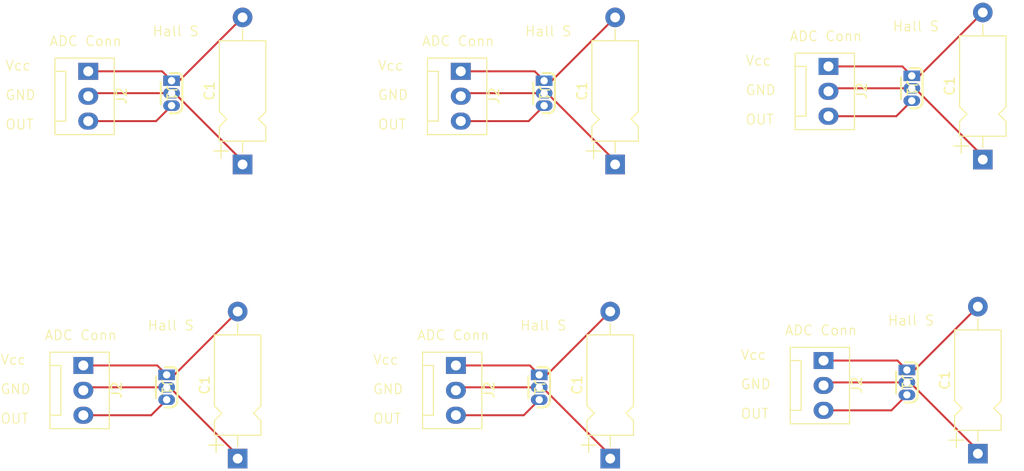
<source format=kicad_pcb>
(kicad_pcb (version 20240108) (generator "pcbnew") (generator_version "8.0")
  (layers (0 "F.Cu" signal) (31 "B.Cu" signal) (34 "B.Paste" user) (35 "F.Paste" user) (36 "B.SilkS" user "B.Silkscreen") (37 "F.SilkS" user "F.Silkscreen") (38 "B.Mask" user) (39 "F.Mask" user) (44 "Edge.Cuts" user))
  (net 0 "")
  (net 1 "Net-(J1-Pin_2)")
  (net 2 "Net-(J1-Pin_1)")
  (net 3 "Net-(J1-Pin_3)")
  (footprint "Capacitor_THT:CP_Axial_L10.0mm_D4.5mm_P15.00mm_Horizontal" (layer "F.Cu") (at 78.7425 45.5 90)
    (property "Reference" "C1" (at 7.5 -3.37 90) (layer "F.SilkS"))
    (property "Value" "0.01u")
    (fp_line (start 1.38 -2.95) (end 1.38 -1.45) (stroke (width 0.12)) (layer "F.SilkS"))
    (fp_line (start 12.62 -2.37) (end 12.62 2.37) (stroke (width 0.12)) (layer "F.SilkS"))
    (fp_line (start 5.38 -2.37) (end 12.62 -2.37) (stroke (width 0.12)) (layer "F.SilkS"))
    (fp_line (start 3.88 -2.37) (end 4.63 -1.62) (stroke (width 0.12)) (layer "F.SilkS"))
    (fp_line (start 2.38 -2.37) (end 3.88 -2.37) (stroke (width 0.12)) (layer "F.SilkS"))
    (fp_line (start 2.38 -2.37) (end 2.38 2.37) (stroke (width 0.12)) (layer "F.SilkS"))
    (fp_line (start 0.63 -2.2) (end 2.13 -2.2) (stroke (width 0.12)) (layer "F.SilkS"))
    (fp_line (start 4.63 -1.62) (end 5.38 -2.37) (stroke (width 0.12)) (layer "F.SilkS"))
    (fp_line (start 13.76 0) (end 12.62 0) (stroke (width 0.12)) (layer "F.SilkS"))
    (fp_line (start 1.24 0) (end 2.38 0) (stroke (width 0.12)) (layer "F.SilkS"))
    (fp_line (start 4.63 1.62) (end 5.38 2.37) (stroke (width 0.12)) (layer "F.SilkS"))
    (fp_line (start 5.38 2.37) (end 12.62 2.37) (stroke (width 0.12)) (layer "F.SilkS"))
    (fp_line (start 3.88 2.37) (end 4.63 1.62) (stroke (width 0.12)) (layer "F.SilkS"))
    (fp_line (start 2.38 2.37) (end 3.88 2.37) (stroke (width 0.12)) (layer "F.SilkS"))
    (pad "1" thru_hole rect (at 0 0 90) (size 2 2) (drill 1) (layers "*.Cu" "*.Mask") (net 1 "Net-(J1-Pin_2)"))
    (pad "2" thru_hole oval (at 15 0 90) (size 2 2) (drill 1) (layers "*.Cu" "*.Mask") (net 2 "Net-(J1-Pin_1)"))
  )
  (footprint "footprints:LPG0003A" (layer "F.Cu") (at 109 68.23 -90)
    (property "Reference" "J1" (at 0 0 -90) (layer "F.SilkS"))
    (property "Value" "Conn_01x03_Pin")
    (fp_line (start -1.117049 1.1) (end 1.117536 1.1) (stroke (width 0.2)) (layer "F.SilkS"))
    (fp_line (start 2.050001 0.167536) (end 2.050001 -0.399999) (stroke (width 0.2)) (layer "F.SilkS"))
    (fp_line (start -2.050001 0.167051) (end -2.050001 -0.599999) (stroke (width 0.2)) (layer "F.SilkS"))
    (fp_line (start -1.549999 -1.1) (end 1.35 -1.1) (stroke (width 0.2)) (layer "F.SilkS"))
    (fp_arc (start -2.049998 -0.599999) (mid -1.903551 -0.953551) (end -1.549999 -1.099998) (stroke (width 0.2)) (layer "F.SilkS"))
    (fp_arc (start 1.35 -1.1) (mid 1.844975 -0.894974) (end 2.050001 -0.399999) (stroke (width 0.2)) (layer "F.SilkS"))
    (pad "1" thru_hole rect (at -1.27 0) (size 1.699999 1.07) (drill 0.750001) (layers "*.Cu" "*.Mask") (net 2 "Net-(J1-Pin_1)"))
    (pad "2" thru_hole oval (at 0 0) (size 1.699999 1.07) (drill 0.750001) (layers "*.Cu" "*.Mask") (net 1 "Net-(J1-Pin_2)"))
    (pad "3" thru_hole oval (at 1.27 0) (size 1.699999 1.07) (drill 0.750001) (layers "*.Cu" "*.Mask") (net 3 "Net-(J1-Pin_3)"))
  )
  (footprint "footprints:LPG0003A" (layer "F.Cu") (at 147 37.73 -90)
    (property "Reference" "J1" (at 0 0 -90) (layer "F.SilkS"))
    (property "Value" "Conn_01x03_Pin")
    (fp_line (start -1.117049 1.1) (end 1.117536 1.1) (stroke (width 0.2)) (layer "F.SilkS"))
    (fp_line (start 2.050001 0.167536) (end 2.050001 -0.399999) (stroke (width 0.2)) (layer "F.SilkS"))
    (fp_line (start -2.050001 0.167051) (end -2.050001 -0.599999) (stroke (width 0.2)) (layer "F.SilkS"))
    (fp_line (start -1.549999 -1.1) (end 1.35 -1.1) (stroke (width 0.2)) (layer "F.SilkS"))
    (fp_arc (start -2.049998 -0.599999) (mid -1.903551 -0.953551) (end -1.549999 -1.099998) (stroke (width 0.2)) (layer "F.SilkS"))
    (fp_arc (start 1.35 -1.1) (mid 1.844975 -0.894974) (end 2.050001 -0.399999) (stroke (width 0.2)) (layer "F.SilkS"))
    (pad "1" thru_hole rect (at -1.27 0) (size 1.699999 1.07) (drill 0.750001) (layers "*.Cu" "*.Mask") (net 2 "Net-(J1-Pin_1)"))
    (pad "2" thru_hole oval (at 0 0) (size 1.699999 1.07) (drill 0.750001) (layers "*.Cu" "*.Mask") (net 1 "Net-(J1-Pin_2)"))
    (pad "3" thru_hole oval (at 1.27 0) (size 1.699999 1.07) (drill 0.750001) (layers "*.Cu" "*.Mask") (net 3 "Net-(J1-Pin_3)"))
  )
  (footprint "Connector:FanPinHeader_1x03_P2.54mm_Vertical" (layer "F.Cu") (at 101 36 -90)
    (property "Reference" "J2" (at 2.5 -3.4 90) (layer "F.SilkS"))
    (property "Value" "Conn_01x03_Pin")
    (fp_line (start -1.35 3.4) (end -1.35 -2.65) (stroke (width 0.12)) (layer "F.SilkS"))
    (fp_line (start 6.45 3.4) (end -1.35 3.4) (stroke (width 0.12)) (layer "F.SilkS"))
    (fp_line (start 0 3.3) (end 0 2.29) (stroke (width 0.12)) (layer "F.SilkS"))
    (fp_line (start 0 2.29) (end 5.08 2.29) (stroke (width 0.12)) (layer "F.SilkS"))
    (fp_line (start 5.08 2.29) (end 5.08 3.3) (stroke (width 0.12)) (layer "F.SilkS"))
    (fp_line (start -1.35 -2.65) (end 6.45 -2.65) (stroke (width 0.12)) (layer "F.SilkS"))
    (fp_line (start 6.45 -2.65) (end 6.45 3.4) (stroke (width 0.12)) (layer "F.SilkS"))
    (pad "1" thru_hole rect (at 0 0) (size 2.03 1.73) (drill 1.02) (layers "*.Cu" "*.Mask") (net 2 "Net-(J1-Pin_1)"))
    (pad "2" thru_hole oval (at 2.54 0) (size 2.03 1.73) (drill 1.02) (layers "*.Cu" "*.Mask") (net 1 "Net-(J1-Pin_2)"))
    (pad "3" thru_hole oval (at 5.08 0) (size 2.03 1.73) (drill 1.02) (layers "*.Cu" "*.Mask") (net 3 "Net-(J1-Pin_3)"))
  )
  (footprint "footprints:LPG0003A" (layer "F.Cu") (at 146.5 67.73 -90)
    (property "Reference" "J1" (at 0 0 -90) (layer "F.SilkS"))
    (property "Value" "Conn_01x03_Pin")
    (fp_line (start -1.117049 1.1) (end 1.117536 1.1) (stroke (width 0.2)) (layer "F.SilkS"))
    (fp_line (start 2.050001 0.167536) (end 2.050001 -0.399999) (stroke (width 0.2)) (layer "F.SilkS"))
    (fp_line (start -2.050001 0.167051) (end -2.050001 -0.599999) (stroke (width 0.2)) (layer "F.SilkS"))
    (fp_line (start -1.549999 -1.1) (end 1.35 -1.1) (stroke (width 0.2)) (layer "F.SilkS"))
    (fp_arc (start -2.049998 -0.599999) (mid -1.903551 -0.953551) (end -1.549999 -1.099998) (stroke (width 0.2)) (layer "F.SilkS"))
    (fp_arc (start 1.35 -1.1) (mid 1.844975 -0.894974) (end 2.050001 -0.399999) (stroke (width 0.2)) (layer "F.SilkS"))
    (pad "1" thru_hole rect (at -1.27 0) (size 1.699999 1.07) (drill 0.750001) (layers "*.Cu" "*.Mask") (net 2 "Net-(J1-Pin_1)"))
    (pad "2" thru_hole oval (at 0 0) (size 1.699999 1.07) (drill 0.750001) (layers "*.Cu" "*.Mask") (net 1 "Net-(J1-Pin_2)"))
    (pad "3" thru_hole oval (at 1.27 0) (size 1.699999 1.07) (drill 0.750001) (layers "*.Cu" "*.Mask") (net 3 "Net-(J1-Pin_3)"))
  )
  (footprint "footprints:LPG0003A" (layer "F.Cu") (at 71.5 38.23 -90)
    (property "Reference" "J1" (at 0 0 -90) (layer "F.SilkS"))
    (property "Value" "Conn_01x03_Pin")
    (fp_line (start -1.117049 1.1) (end 1.117536 1.1) (stroke (width 0.2)) (layer "F.SilkS"))
    (fp_line (start 2.050001 0.167536) (end 2.050001 -0.399999) (stroke (width 0.2)) (layer "F.SilkS"))
    (fp_line (start -2.050001 0.167051) (end -2.050001 -0.599999) (stroke (width 0.2)) (layer "F.SilkS"))
    (fp_line (start -1.549999 -1.1) (end 1.35 -1.1) (stroke (width 0.2)) (layer "F.SilkS"))
    (fp_arc (start -2.049998 -0.599999) (mid -1.903551 -0.953551) (end -1.549999 -1.099998) (stroke (width 0.2)) (layer "F.SilkS"))
    (fp_arc (start 1.35 -1.1) (mid 1.844975 -0.894974) (end 2.050001 -0.399999) (stroke (width 0.2)) (layer "F.SilkS"))
    (pad "1" thru_hole rect (at -1.27 0) (size 1.699999 1.07) (drill 0.750001) (layers "*.Cu" "*.Mask") (net 2 "Net-(J1-Pin_1)"))
    (pad "2" thru_hole oval (at 0 0) (size 1.699999 1.07) (drill 0.750001) (layers "*.Cu" "*.Mask") (net 1 "Net-(J1-Pin_2)"))
    (pad "3" thru_hole oval (at 1.27 0) (size 1.699999 1.07) (drill 0.750001) (layers "*.Cu" "*.Mask") (net 3 "Net-(J1-Pin_3)"))
  )
  (footprint "footprints:LPG0003A" (layer "F.Cu") (at 71 68.23 -90)
    (property "Reference" "J1" (at 0 0 -90) (layer "F.SilkS"))
    (property "Value" "Conn_01x03_Pin")
    (fp_line (start -1.117049 1.1) (end 1.117536 1.1) (stroke (width 0.2)) (layer "F.SilkS"))
    (fp_line (start 2.050001 0.167536) (end 2.050001 -0.399999) (stroke (width 0.2)) (layer "F.SilkS"))
    (fp_line (start -2.050001 0.167051) (end -2.050001 -0.599999) (stroke (width 0.2)) (layer "F.SilkS"))
    (fp_line (start -1.549999 -1.1) (end 1.35 -1.1) (stroke (width 0.2)) (layer "F.SilkS"))
    (fp_arc (start -2.049998 -0.599999) (mid -1.903551 -0.953551) (end -1.549999 -1.099998) (stroke (width 0.2)) (layer "F.SilkS"))
    (fp_arc (start 1.35 -1.1) (mid 1.844975 -0.894974) (end 2.050001 -0.399999) (stroke (width 0.2)) (layer "F.SilkS"))
    (pad "1" thru_hole rect (at -1.27 0) (size 1.699999 1.07) (drill 0.750001) (layers "*.Cu" "*.Mask") (net 2 "Net-(J1-Pin_1)"))
    (pad "2" thru_hole oval (at 0 0) (size 1.699999 1.07) (drill 0.750001) (layers "*.Cu" "*.Mask") (net 1 "Net-(J1-Pin_2)"))
    (pad "3" thru_hole oval (at 1.27 0) (size 1.699999 1.07) (drill 0.750001) (layers "*.Cu" "*.Mask") (net 3 "Net-(J1-Pin_3)"))
  )
  (footprint "Connector:FanPinHeader_1x03_P2.54mm_Vertical" (layer "F.Cu") (at 138.5 35.5 -90)
    (property "Reference" "J2" (at 2.5 -3.4 90) (layer "F.SilkS"))
    (property "Value" "Conn_01x03_Pin")
    (fp_line (start -1.35 3.4) (end -1.35 -2.65) (stroke (width 0.12)) (layer "F.SilkS"))
    (fp_line (start 6.45 3.4) (end -1.35 3.4) (stroke (width 0.12)) (layer "F.SilkS"))
    (fp_line (start 0 3.3) (end 0 2.29) (stroke (width 0.12)) (layer "F.SilkS"))
    (fp_line (start 0 2.29) (end 5.08 2.29) (stroke (width 0.12)) (layer "F.SilkS"))
    (fp_line (start 5.08 2.29) (end 5.08 3.3) (stroke (width 0.12)) (layer "F.SilkS"))
    (fp_line (start -1.35 -2.65) (end 6.45 -2.65) (stroke (width 0.12)) (layer "F.SilkS"))
    (fp_line (start 6.45 -2.65) (end 6.45 3.4) (stroke (width 0.12)) (layer "F.SilkS"))
    (pad "1" thru_hole rect (at 0 0) (size 2.03 1.73) (drill 1.02) (layers "*.Cu" "*.Mask") (net 2 "Net-(J1-Pin_1)"))
    (pad "2" thru_hole oval (at 2.54 0) (size 2.03 1.73) (drill 1.02) (layers "*.Cu" "*.Mask") (net 1 "Net-(J1-Pin_2)"))
    (pad "3" thru_hole oval (at 5.08 0) (size 2.03 1.73) (drill 1.02) (layers "*.Cu" "*.Mask") (net 3 "Net-(J1-Pin_3)"))
  )
  (footprint "footprints:LPG0003A" (layer "F.Cu") (at 109.5 38.23 -90)
    (property "Reference" "J1" (at 0 0 -90) (layer "F.SilkS"))
    (property "Value" "Conn_01x03_Pin")
    (fp_line (start -1.117049 1.1) (end 1.117536 1.1) (stroke (width 0.2)) (layer "F.SilkS"))
    (fp_line (start 2.050001 0.167536) (end 2.050001 -0.399999) (stroke (width 0.2)) (layer "F.SilkS"))
    (fp_line (start -2.050001 0.167051) (end -2.050001 -0.599999) (stroke (width 0.2)) (layer "F.SilkS"))
    (fp_line (start -1.549999 -1.1) (end 1.35 -1.1) (stroke (width 0.2)) (layer "F.SilkS"))
    (fp_arc (start -2.049998 -0.599999) (mid -1.903551 -0.953551) (end -1.549999 -1.099998) (stroke (width 0.2)) (layer "F.SilkS"))
    (fp_arc (start 1.35 -1.1) (mid 1.844975 -0.894974) (end 2.050001 -0.399999) (stroke (width 0.2)) (layer "F.SilkS"))
    (pad "1" thru_hole rect (at -1.27 0) (size 1.699999 1.07) (drill 0.750001) (layers "*.Cu" "*.Mask") (net 2 "Net-(J1-Pin_1)"))
    (pad "2" thru_hole oval (at 0 0) (size 1.699999 1.07) (drill 0.750001) (layers "*.Cu" "*.Mask") (net 1 "Net-(J1-Pin_2)"))
    (pad "3" thru_hole oval (at 1.27 0) (size 1.699999 1.07) (drill 0.750001) (layers "*.Cu" "*.Mask") (net 3 "Net-(J1-Pin_3)"))
  )
  (footprint "Capacitor_THT:CP_Axial_L10.0mm_D4.5mm_P15.00mm_Horizontal" (layer "F.Cu") (at 154.2425 45 90)
    (property "Reference" "C1" (at 7.5 -3.37 90) (layer "F.SilkS"))
    (property "Value" "0.01u")
    (fp_line (start 1.38 -2.95) (end 1.38 -1.45) (stroke (width 0.12)) (layer "F.SilkS"))
    (fp_line (start 12.62 -2.37) (end 12.62 2.37) (stroke (width 0.12)) (layer "F.SilkS"))
    (fp_line (start 5.38 -2.37) (end 12.62 -2.37) (stroke (width 0.12)) (layer "F.SilkS"))
    (fp_line (start 3.88 -2.37) (end 4.63 -1.62) (stroke (width 0.12)) (layer "F.SilkS"))
    (fp_line (start 2.38 -2.37) (end 3.88 -2.37) (stroke (width 0.12)) (layer "F.SilkS"))
    (fp_line (start 2.38 -2.37) (end 2.38 2.37) (stroke (width 0.12)) (layer "F.SilkS"))
    (fp_line (start 0.63 -2.2) (end 2.13 -2.2) (stroke (width 0.12)) (layer "F.SilkS"))
    (fp_line (start 4.63 -1.62) (end 5.38 -2.37) (stroke (width 0.12)) (layer "F.SilkS"))
    (fp_line (start 13.76 0) (end 12.62 0) (stroke (width 0.12)) (layer "F.SilkS"))
    (fp_line (start 1.24 0) (end 2.38 0) (stroke (width 0.12)) (layer "F.SilkS"))
    (fp_line (start 4.63 1.62) (end 5.38 2.37) (stroke (width 0.12)) (layer "F.SilkS"))
    (fp_line (start 5.38 2.37) (end 12.62 2.37) (stroke (width 0.12)) (layer "F.SilkS"))
    (fp_line (start 3.88 2.37) (end 4.63 1.62) (stroke (width 0.12)) (layer "F.SilkS"))
    (fp_line (start 2.38 2.37) (end 3.88 2.37) (stroke (width 0.12)) (layer "F.SilkS"))
    (pad "1" thru_hole rect (at 0 0 90) (size 2 2) (drill 1) (layers "*.Cu" "*.Mask") (net 1 "Net-(J1-Pin_2)"))
    (pad "2" thru_hole oval (at 15 0 90) (size 2 2) (drill 1) (layers "*.Cu" "*.Mask") (net 2 "Net-(J1-Pin_1)"))
  )
  (footprint "Connector:FanPinHeader_1x03_P2.54mm_Vertical" (layer "F.Cu") (at 138 65.5 -90)
    (property "Reference" "J2" (at 2.5 -3.4 90) (layer "F.SilkS"))
    (property "Value" "Conn_01x03_Pin")
    (fp_line (start -1.35 3.4) (end -1.35 -2.65) (stroke (width 0.12)) (layer "F.SilkS"))
    (fp_line (start 6.45 3.4) (end -1.35 3.4) (stroke (width 0.12)) (layer "F.SilkS"))
    (fp_line (start 0 3.3) (end 0 2.29) (stroke (width 0.12)) (layer "F.SilkS"))
    (fp_line (start 0 2.29) (end 5.08 2.29) (stroke (width 0.12)) (layer "F.SilkS"))
    (fp_line (start 5.08 2.29) (end 5.08 3.3) (stroke (width 0.12)) (layer "F.SilkS"))
    (fp_line (start -1.35 -2.65) (end 6.45 -2.65) (stroke (width 0.12)) (layer "F.SilkS"))
    (fp_line (start 6.45 -2.65) (end 6.45 3.4) (stroke (width 0.12)) (layer "F.SilkS"))
    (pad "1" thru_hole rect (at 0 0) (size 2.03 1.73) (drill 1.02) (layers "*.Cu" "*.Mask") (net 2 "Net-(J1-Pin_1)"))
    (pad "2" thru_hole oval (at 2.54 0) (size 2.03 1.73) (drill 1.02) (layers "*.Cu" "*.Mask") (net 1 "Net-(J1-Pin_2)"))
    (pad "3" thru_hole oval (at 5.08 0) (size 2.03 1.73) (drill 1.02) (layers "*.Cu" "*.Mask") (net 3 "Net-(J1-Pin_3)"))
  )
  (footprint "Capacitor_THT:CP_Axial_L10.0mm_D4.5mm_P15.00mm_Horizontal" (layer "F.Cu") (at 153.7425 75 90)
    (property "Reference" "C1" (at 7.5 -3.37 90) (layer "F.SilkS"))
    (property "Value" "0.01u")
    (fp_line (start 1.38 -2.95) (end 1.38 -1.45) (stroke (width 0.12)) (layer "F.SilkS"))
    (fp_line (start 12.62 -2.37) (end 12.62 2.37) (stroke (width 0.12)) (layer "F.SilkS"))
    (fp_line (start 5.38 -2.37) (end 12.62 -2.37) (stroke (width 0.12)) (layer "F.SilkS"))
    (fp_line (start 3.88 -2.37) (end 4.63 -1.62) (stroke (width 0.12)) (layer "F.SilkS"))
    (fp_line (start 2.38 -2.37) (end 3.88 -2.37) (stroke (width 0.12)) (layer "F.SilkS"))
    (fp_line (start 2.38 -2.37) (end 2.38 2.37) (stroke (width 0.12)) (layer "F.SilkS"))
    (fp_line (start 0.63 -2.2) (end 2.13 -2.2) (stroke (width 0.12)) (layer "F.SilkS"))
    (fp_line (start 4.63 -1.62) (end 5.38 -2.37) (stroke (width 0.12)) (layer "F.SilkS"))
    (fp_line (start 13.76 0) (end 12.62 0) (stroke (width 0.12)) (layer "F.SilkS"))
    (fp_line (start 1.24 0) (end 2.38 0) (stroke (width 0.12)) (layer "F.SilkS"))
    (fp_line (start 4.63 1.62) (end 5.38 2.37) (stroke (width 0.12)) (layer "F.SilkS"))
    (fp_line (start 5.38 2.37) (end 12.62 2.37) (stroke (width 0.12)) (layer "F.SilkS"))
    (fp_line (start 3.88 2.37) (end 4.63 1.62) (stroke (width 0.12)) (layer "F.SilkS"))
    (fp_line (start 2.38 2.37) (end 3.88 2.37) (stroke (width 0.12)) (layer "F.SilkS"))
    (pad "1" thru_hole rect (at 0 0 90) (size 2 2) (drill 1) (layers "*.Cu" "*.Mask") (net 1 "Net-(J1-Pin_2)"))
    (pad "2" thru_hole oval (at 15 0 90) (size 2 2) (drill 1) (layers "*.Cu" "*.Mask") (net 2 "Net-(J1-Pin_1)"))
  )
  (footprint "Capacitor_THT:CP_Axial_L10.0mm_D4.5mm_P15.00mm_Horizontal" (layer "F.Cu") (at 116.7425 45.5 90)
    (property "Reference" "C1" (at 7.5 -3.37 90) (layer "F.SilkS"))
    (property "Value" "0.01u")
    (fp_line (start 1.38 -2.95) (end 1.38 -1.45) (stroke (width 0.12)) (layer "F.SilkS"))
    (fp_line (start 12.62 -2.37) (end 12.62 2.37) (stroke (width 0.12)) (layer "F.SilkS"))
    (fp_line (start 5.38 -2.37) (end 12.62 -2.37) (stroke (width 0.12)) (layer "F.SilkS"))
    (fp_line (start 3.88 -2.37) (end 4.63 -1.62) (stroke (width 0.12)) (layer "F.SilkS"))
    (fp_line (start 2.38 -2.37) (end 3.88 -2.37) (stroke (width 0.12)) (layer "F.SilkS"))
    (fp_line (start 2.38 -2.37) (end 2.38 2.37) (stroke (width 0.12)) (layer "F.SilkS"))
    (fp_line (start 0.63 -2.2) (end 2.13 -2.2) (stroke (width 0.12)) (layer "F.SilkS"))
    (fp_line (start 4.63 -1.62) (end 5.38 -2.37) (stroke (width 0.12)) (layer "F.SilkS"))
    (fp_line (start 13.76 0) (end 12.62 0) (stroke (width 0.12)) (layer "F.SilkS"))
    (fp_line (start 1.24 0) (end 2.38 0) (stroke (width 0.12)) (layer "F.SilkS"))
    (fp_line (start 4.63 1.62) (end 5.38 2.37) (stroke (width 0.12)) (layer "F.SilkS"))
    (fp_line (start 5.38 2.37) (end 12.62 2.37) (stroke (width 0.12)) (layer "F.SilkS"))
    (fp_line (start 3.88 2.37) (end 4.63 1.62) (stroke (width 0.12)) (layer "F.SilkS"))
    (fp_line (start 2.38 2.37) (end 3.88 2.37) (stroke (width 0.12)) (layer "F.SilkS"))
    (pad "1" thru_hole rect (at 0 0 90) (size 2 2) (drill 1) (layers "*.Cu" "*.Mask") (net 1 "Net-(J1-Pin_2)"))
    (pad "2" thru_hole oval (at 15 0 90) (size 2 2) (drill 1) (layers "*.Cu" "*.Mask") (net 2 "Net-(J1-Pin_1)"))
  )
  (footprint "Connector:FanPinHeader_1x03_P2.54mm_Vertical" (layer "F.Cu") (at 100.5 66 -90)
    (property "Reference" "J2" (at 2.5 -3.4 90) (layer "F.SilkS"))
    (property "Value" "Conn_01x03_Pin")
    (fp_line (start -1.35 3.4) (end -1.35 -2.65) (stroke (width 0.12)) (layer "F.SilkS"))
    (fp_line (start 6.45 3.4) (end -1.35 3.4) (stroke (width 0.12)) (layer "F.SilkS"))
    (fp_line (start 0 3.3) (end 0 2.29) (stroke (width 0.12)) (layer "F.SilkS"))
    (fp_line (start 0 2.29) (end 5.08 2.29) (stroke (width 0.12)) (layer "F.SilkS"))
    (fp_line (start 5.08 2.29) (end 5.08 3.3) (stroke (width 0.12)) (layer "F.SilkS"))
    (fp_line (start -1.35 -2.65) (end 6.45 -2.65) (stroke (width 0.12)) (layer "F.SilkS"))
    (fp_line (start 6.45 -2.65) (end 6.45 3.4) (stroke (width 0.12)) (layer "F.SilkS"))
    (pad "1" thru_hole rect (at 0 0) (size 2.03 1.73) (drill 1.02) (layers "*.Cu" "*.Mask") (net 2 "Net-(J1-Pin_1)"))
    (pad "2" thru_hole oval (at 2.54 0) (size 2.03 1.73) (drill 1.02) (layers "*.Cu" "*.Mask") (net 1 "Net-(J1-Pin_2)"))
    (pad "3" thru_hole oval (at 5.08 0) (size 2.03 1.73) (drill 1.02) (layers "*.Cu" "*.Mask") (net 3 "Net-(J1-Pin_3)"))
  )
  (footprint "Connector:FanPinHeader_1x03_P2.54mm_Vertical" (layer "F.Cu") (at 63 36 -90)
    (property "Reference" "J2" (at 2.5 -3.4 90) (layer "F.SilkS"))
    (property "Value" "Conn_01x03_Pin")
    (fp_line (start -1.35 3.4) (end -1.35 -2.65) (stroke (width 0.12)) (layer "F.SilkS"))
    (fp_line (start 6.45 3.4) (end -1.35 3.4) (stroke (width 0.12)) (layer "F.SilkS"))
    (fp_line (start 0 3.3) (end 0 2.29) (stroke (width 0.12)) (layer "F.SilkS"))
    (fp_line (start 0 2.29) (end 5.08 2.29) (stroke (width 0.12)) (layer "F.SilkS"))
    (fp_line (start 5.08 2.29) (end 5.08 3.3) (stroke (width 0.12)) (layer "F.SilkS"))
    (fp_line (start -1.35 -2.65) (end 6.45 -2.65) (stroke (width 0.12)) (layer "F.SilkS"))
    (fp_line (start 6.45 -2.65) (end 6.45 3.4) (stroke (width 0.12)) (layer "F.SilkS"))
    (pad "1" thru_hole rect (at 0 0) (size 2.03 1.73) (drill 1.02) (layers "*.Cu" "*.Mask") (net 2 "Net-(J1-Pin_1)"))
    (pad "2" thru_hole oval (at 2.54 0) (size 2.03 1.73) (drill 1.02) (layers "*.Cu" "*.Mask") (net 1 "Net-(J1-Pin_2)"))
    (pad "3" thru_hole oval (at 5.08 0) (size 2.03 1.73) (drill 1.02) (layers "*.Cu" "*.Mask") (net 3 "Net-(J1-Pin_3)"))
  )
  (footprint "Connector:FanPinHeader_1x03_P2.54mm_Vertical" (layer "F.Cu") (at 62.5 66 -90)
    (property "Reference" "J2" (at 2.5 -3.4 90) (layer "F.SilkS"))
    (property "Value" "Conn_01x03_Pin")
    (fp_line (start -1.35 3.4) (end -1.35 -2.65) (stroke (width 0.12)) (layer "F.SilkS"))
    (fp_line (start 6.45 3.4) (end -1.35 3.4) (stroke (width 0.12)) (layer "F.SilkS"))
    (fp_line (start 0 3.3) (end 0 2.29) (stroke (width 0.12)) (layer "F.SilkS"))
    (fp_line (start 0 2.29) (end 5.08 2.29) (stroke (width 0.12)) (layer "F.SilkS"))
    (fp_line (start 5.08 2.29) (end 5.08 3.3) (stroke (width 0.12)) (layer "F.SilkS"))
    (fp_line (start -1.35 -2.65) (end 6.45 -2.65) (stroke (width 0.12)) (layer "F.SilkS"))
    (fp_line (start 6.45 -2.65) (end 6.45 3.4) (stroke (width 0.12)) (layer "F.SilkS"))
    (pad "1" thru_hole rect (at 0 0) (size 2.03 1.73) (drill 1.02) (layers "*.Cu" "*.Mask") (net 2 "Net-(J1-Pin_1)"))
    (pad "2" thru_hole oval (at 2.54 0) (size 2.03 1.73) (drill 1.02) (layers "*.Cu" "*.Mask") (net 1 "Net-(J1-Pin_2)"))
    (pad "3" thru_hole oval (at 5.08 0) (size 2.03 1.73) (drill 1.02) (layers "*.Cu" "*.Mask") (net 3 "Net-(J1-Pin_3)"))
  )
  (footprint "Capacitor_THT:CP_Axial_L10.0mm_D4.5mm_P15.00mm_Horizontal" (layer "F.Cu") (at 78.2425 75.5 90)
    (property "Reference" "C1" (at 7.5 -3.37 90) (layer "F.SilkS"))
    (property "Value" "0.01u")
    (fp_line (start 1.38 -2.95) (end 1.38 -1.45) (stroke (width 0.12)) (layer "F.SilkS"))
    (fp_line (start 12.62 -2.37) (end 12.62 2.37) (stroke (width 0.12)) (layer "F.SilkS"))
    (fp_line (start 5.38 -2.37) (end 12.62 -2.37) (stroke (width 0.12)) (layer "F.SilkS"))
    (fp_line (start 3.88 -2.37) (end 4.63 -1.62) (stroke (width 0.12)) (layer "F.SilkS"))
    (fp_line (start 2.38 -2.37) (end 3.88 -2.37) (stroke (width 0.12)) (layer "F.SilkS"))
    (fp_line (start 2.38 -2.37) (end 2.38 2.37) (stroke (width 0.12)) (layer "F.SilkS"))
    (fp_line (start 0.63 -2.2) (end 2.13 -2.2) (stroke (width 0.12)) (layer "F.SilkS"))
    (fp_line (start 4.63 -1.62) (end 5.38 -2.37) (stroke (width 0.12)) (layer "F.SilkS"))
    (fp_line (start 13.76 0) (end 12.62 0) (stroke (width 0.12)) (layer "F.SilkS"))
    (fp_line (start 1.24 0) (end 2.38 0) (stroke (width 0.12)) (layer "F.SilkS"))
    (fp_line (start 4.63 1.62) (end 5.38 2.37) (stroke (width 0.12)) (layer "F.SilkS"))
    (fp_line (start 5.38 2.37) (end 12.62 2.37) (stroke (width 0.12)) (layer "F.SilkS"))
    (fp_line (start 3.88 2.37) (end 4.63 1.62) (stroke (width 0.12)) (layer "F.SilkS"))
    (fp_line (start 2.38 2.37) (end 3.88 2.37) (stroke (width 0.12)) (layer "F.SilkS"))
    (pad "1" thru_hole rect (at 0 0 90) (size 2 2) (drill 1) (layers "*.Cu" "*.Mask") (net 1 "Net-(J1-Pin_2)"))
    (pad "2" thru_hole oval (at 15 0 90) (size 2 2) (drill 1) (layers "*.Cu" "*.Mask") (net 2 "Net-(J1-Pin_1)"))
  )
  (footprint "Capacitor_THT:CP_Axial_L10.0mm_D4.5mm_P15.00mm_Horizontal" (layer "F.Cu") (at 116.2425 75.5 90)
    (property "Reference" "C1" (at 7.5 -3.37 90) (layer "F.SilkS"))
    (property "Value" "0.01u")
    (fp_line (start 1.38 -2.95) (end 1.38 -1.45) (stroke (width 0.12)) (layer "F.SilkS"))
    (fp_line (start 12.62 -2.37) (end 12.62 2.37) (stroke (width 0.12)) (layer "F.SilkS"))
    (fp_line (start 5.38 -2.37) (end 12.62 -2.37) (stroke (width 0.12)) (layer "F.SilkS"))
    (fp_line (start 3.88 -2.37) (end 4.63 -1.62) (stroke (width 0.12)) (layer "F.SilkS"))
    (fp_line (start 2.38 -2.37) (end 3.88 -2.37) (stroke (width 0.12)) (layer "F.SilkS"))
    (fp_line (start 2.38 -2.37) (end 2.38 2.37) (stroke (width 0.12)) (layer "F.SilkS"))
    (fp_line (start 0.63 -2.2) (end 2.13 -2.2) (stroke (width 0.12)) (layer "F.SilkS"))
    (fp_line (start 4.63 -1.62) (end 5.38 -2.37) (stroke (width 0.12)) (layer "F.SilkS"))
    (fp_line (start 13.76 0) (end 12.62 0) (stroke (width 0.12)) (layer "F.SilkS"))
    (fp_line (start 1.24 0) (end 2.38 0) (stroke (width 0.12)) (layer "F.SilkS"))
    (fp_line (start 4.63 1.62) (end 5.38 2.37) (stroke (width 0.12)) (layer "F.SilkS"))
    (fp_line (start 5.38 2.37) (end 12.62 2.37) (stroke (width 0.12)) (layer "F.SilkS"))
    (fp_line (start 3.88 2.37) (end 4.63 1.62) (stroke (width 0.12)) (layer "F.SilkS"))
    (fp_line (start 2.38 2.37) (end 3.88 2.37) (stroke (width 0.12)) (layer "F.SilkS"))
    (pad "1" thru_hole rect (at 0 0 90) (size 2 2) (drill 1) (layers "*.Cu" "*.Mask") (net 1 "Net-(J1-Pin_2)"))
    (pad "2" thru_hole oval (at 15 0 90) (size 2 2) (drill 1) (layers "*.Cu" "*.Mask") (net 2 "Net-(J1-Pin_1)"))
  )
  (gr_text "OUT" (at 130 41.5 0) (layer "F.SilkS") (effects (font (size 1 1) (thickness 0.1)) (justify left bottom)))
  (gr_text "Hall S" (at 69.5 32.5 0) (layer "F.SilkS") (effects (font (size 1 1) (thickness 0.1)) (justify left bottom)))
  (gr_text "Hall S" (at 107 62.5 0) (layer "F.SilkS") (effects (font (size 1 1) (thickness 0.1)) (justify left bottom)))
  (gr_text "GND" (at 92 69 0) (layer "F.SilkS") (effects (font (size 1 1) (thickness 0.1)) (justify left bottom)))
  (gr_text "ADC Conn" (at 134.5 33 0) (layer "F.SilkS") (effects (font (size 1 1) (thickness 0.1)) (justify left bottom)))
  (gr_text "Hall S" (at 69 62.5 0) (layer "F.SilkS") (effects (font (size 1 1) (thickness 0.1)) (justify left bottom)))
  (gr_text "Hall S" (at 145 32 0) (layer "F.SilkS") (effects (font (size 1 1) (thickness 0.1)) (justify left bottom)))
  (gr_text "ADC Conn" (at 59 33.5 0) (layer "F.SilkS") (effects (font (size 1 1) (thickness 0.1)) (justify left bottom)))
  (gr_text "GND" (at 54.5 39 0) (layer "F.SilkS") (effects (font (size 1 1) (thickness 0.1)) (justify left bottom)))
  (gr_text "OUT" (at 92 72 0) (layer "F.SilkS") (effects (font (size 1 1) (thickness 0.1)) (justify left bottom)))
  (gr_text "ADC Conn" (at 96.5 63.5 0) (layer "F.SilkS") (effects (font (size 1 1) (thickness 0.1)) (justify left bottom)))
  (gr_text "GND" (at 92.5 39 0) (layer "F.SilkS") (effects (font (size 1 1) (thickness 0.1)) (justify left bottom)))
  (gr_text "ADC Conn" (at 134 63 0) (layer "F.SilkS") (effects (font (size 1 1) (thickness 0.1)) (justify left bottom)))
  (gr_text "Vcc" (at 54 66 0) (layer "F.SilkS") (effects (font (size 1 1) (thickness 0.1)) (justify left bottom)))
  (gr_text "OUT" (at 54 72 0) (layer "F.SilkS") (effects (font (size 1 1) (thickness 0.1)) (justify left bottom)))
  (gr_text "OUT" (at 129.5 71.5 0) (layer "F.SilkS") (effects (font (size 1 1) (thickness 0.1)) (justify left bottom)))
  (gr_text "Vcc" (at 129.5 65.5 0) (layer "F.SilkS") (effects (font (size 1 1) (thickness 0.1)) (justify left bottom)))
  (gr_text "ADC Conn" (at 58.5 63.5 0) (layer "F.SilkS") (effects (font (size 1 1) (thickness 0.1)) (justify left bottom)))
  (gr_text "Hall S" (at 107.5 32.5 0) (layer "F.SilkS") (effects (font (size 1 1) (thickness 0.1)) (justify left bottom)))
  (gr_text "GND" (at 129.5 68.5 0) (layer "F.SilkS") (effects (font (size 1 1) (thickness 0.1)) (justify left bottom)))
  (gr_text "Vcc" (at 54.5 36 0) (layer "F.SilkS") (effects (font (size 1 1) (thickness 0.1)) (justify left bottom)))
  (gr_text "Hall S" (at 144.5 62 0) (layer "F.SilkS") (effects (font (size 1 1) (thickness 0.1)) (justify left bottom)))
  (gr_text "OUT" (at 92.5 42 0) (layer "F.SilkS") (effects (font (size 1 1) (thickness 0.1)) (justify left bottom)))
  (gr_text "GND" (at 130 38.5 0) (layer "F.SilkS") (effects (font (size 1 1) (thickness 0.1)) (justify left bottom)))
  (gr_text "GND" (at 54 69 0) (layer "F.SilkS") (effects (font (size 1 1) (thickness 0.1)) (justify left bottom)))
  (gr_text "Vcc" (at 130 35.5 0) (layer "F.SilkS") (effects (font (size 1 1) (thickness 0.1)) (justify left bottom)))
  (gr_text "OUT" (at 54.5 42 0) (layer "F.SilkS") (effects (font (size 1 1) (thickness 0.1)) (justify left bottom)))
  (gr_text "ADC Conn" (at 97 33.5 0) (layer "F.SilkS") (effects (font (size 1 1) (thickness 0.1)) (justify left bottom)))
  (gr_text "Vcc" (at 92.5 36 0) (layer "F.SilkS") (effects (font (size 1 1) (thickness 0.1)) (justify left bottom)))
  (gr_text "Vcc" (at 92 66 0) (layer "F.SilkS") (effects (font (size 1 1) (thickness 0.1)) (justify left bottom)))
  (segment (start 101.31 38.23) (end 101 38.54) (width 0.2) (layer "F.Cu") (net 1))
  (segment (start 154.2425 44.6575) (end 154.2425 45) (width 0.2) (layer "F.Cu") (net 1))
  (segment (start 62.81 68.23) (end 62.5 68.54) (width 0.2) (layer "F.Cu") (net 1))
  (segment (start 138.81 37.73) (end 138.5 38.04) (width 0.2) (layer "F.Cu") (net 1))
  (segment (start 71.5 38.23) (end 63.31 38.23) (width 0.2) (layer "F.Cu") (net 1))
  (segment (start 71.315 68.23) (end 78.2425 75.1575) (width 0.2) (layer "F.Cu") (net 1))
  (segment (start 146.5 67.73) (end 146.815 67.73) (width 0.2) (layer "F.Cu") (net 1))
  (segment (start 109 68.23) (end 100.81 68.23) (width 0.2) (layer "F.Cu") (net 1))
  (segment (start 146.815 67.73) (end 153.7425 74.6575) (width 0.2) (layer "F.Cu") (net 1))
  (segment (start 147.315 37.73) (end 154.2425 44.6575) (width 0.2) (layer "F.Cu") (net 1))
  (segment (start 109.5 38.23) (end 109.815 38.23) (width 0.2) (layer "F.Cu") (net 1))
  (segment (start 146.5 67.73) (end 138.31 67.73) (width 0.2) (layer "F.Cu") (net 1))
  (segment (start 78.7425 45.1575) (end 78.7425 45.5) (width 0.2) (layer "F.Cu") (net 1))
  (segment (start 147 37.73) (end 147.315 37.73) (width 0.2) (layer "F.Cu") (net 1))
  (segment (start 153.7425 74.6575) (end 153.7425 75) (width 0.2) (layer "F.Cu") (net 1))
  (segment (start 71.5 38.23) (end 71.815 38.23) (width 0.2) (layer "F.Cu") (net 1))
  (segment (start 116.2425 75.1575) (end 116.2425 75.5) (width 0.2) (layer "F.Cu") (net 1))
  (segment (start 78.2425 75.1575) (end 78.2425 75.5) (width 0.2) (layer "F.Cu") (net 1))
  (segment (start 116.7425 45.1575) (end 116.7425 45.5) (width 0.2) (layer "F.Cu") (net 1))
  (segment (start 71 68.23) (end 71.315 68.23) (width 0.2) (layer "F.Cu") (net 1))
  (segment (start 109 68.23) (end 109.315 68.23) (width 0.2) (layer "F.Cu") (net 1))
  (segment (start 109.5 38.23) (end 101.31 38.23) (width 0.2) (layer "F.Cu") (net 1))
  (segment (start 71.815 38.23) (end 78.7425 45.1575) (width 0.2) (layer "F.Cu") (net 1))
  (segment (start 147 37.73) (end 138.81 37.73) (width 0.2) (layer "F.Cu") (net 1))
  (segment (start 109.315 68.23) (end 116.2425 75.1575) (width 0.2) (layer "F.Cu") (net 1))
  (segment (start 138.31 67.73) (end 138 68.04) (width 0.2) (layer "F.Cu") (net 1))
  (segment (start 100.81 68.23) (end 100.5 68.54) (width 0.2) (layer "F.Cu") (net 1))
  (segment (start 63.31 38.23) (end 63 38.54) (width 0.2) (layer "F.Cu") (net 1))
  (segment (start 71 68.23) (end 62.81 68.23) (width 0.2) (layer "F.Cu") (net 1))
  (segment (start 109.815 38.23) (end 116.7425 45.1575) (width 0.2) (layer "F.Cu") (net 1))
  (segment (start 70.54 36) (end 71.5 36.96) (width 0.2) (layer "F.Cu") (net 2))
  (segment (start 100.5 66) (end 108.04 66) (width 0.2) (layer "F.Cu") (net 2))
  (segment (start 70.04 66) (end 71 66.96) (width 0.2) (layer "F.Cu") (net 2))
  (segment (start 101 36) (end 108.54 36) (width 0.2) (layer "F.Cu") (net 2))
  (segment (start 108.04 66) (end 109 66.96) (width 0.2) (layer "F.Cu") (net 2))
  (segment (start 146.04 35.5) (end 147 36.46) (width 0.2) (layer "F.Cu") (net 2))
  (segment (start 71.5 36.96) (end 72.2825 36.96) (width 0.2) (layer "F.Cu") (net 2))
  (segment (start 146.5 66.46) (end 147.2825 66.46) (width 0.2) (layer "F.Cu") (net 2))
  (segment (start 109.5 36.96) (end 110.2825 36.96) (width 0.2) (layer "F.Cu") (net 2))
  (segment (start 147 36.46) (end 147.7825 36.46) (width 0.2) (layer "F.Cu") (net 2))
  (segment (start 110.2825 36.96) (end 116.7425 30.5) (width 0.2) (layer "F.Cu") (net 2))
  (segment (start 138 65.5) (end 145.54 65.5) (width 0.2) (layer "F.Cu") (net 2))
  (segment (start 145.54 65.5) (end 146.5 66.46) (width 0.2) (layer "F.Cu") (net 2))
  (segment (start 109 66.96) (end 109.7825 66.96) (width 0.2) (layer "F.Cu") (net 2))
  (segment (start 138.5 35.5) (end 146.04 35.5) (width 0.2) (layer "F.Cu") (net 2))
  (segment (start 109.7825 66.96) (end 116.2425 60.5) (width 0.2) (layer "F.Cu") (net 2))
  (segment (start 63 36) (end 70.54 36) (width 0.2) (layer "F.Cu") (net 2))
  (segment (start 147.7825 36.46) (end 154.2425 30) (width 0.2) (layer "F.Cu") (net 2))
  (segment (start 108.54 36) (end 109.5 36.96) (width 0.2) (layer "F.Cu") (net 2))
  (segment (start 72.2825 36.96) (end 78.7425 30.5) (width 0.2) (layer "F.Cu") (net 2))
  (segment (start 71 66.96) (end 71.7825 66.96) (width 0.2) (layer "F.Cu") (net 2))
  (segment (start 147.2825 66.46) (end 153.7425 60) (width 0.2) (layer "F.Cu") (net 2))
  (segment (start 71.7825 66.96) (end 78.2425 60.5) (width 0.2) (layer "F.Cu") (net 2))
  (segment (start 62.5 66) (end 70.04 66) (width 0.2) (layer "F.Cu") (net 2))
  (segment (start 100.5 71.08) (end 107.42 71.08) (width 0.2) (layer "F.Cu") (net 3))
  (segment (start 138 70.58) (end 144.92 70.58) (width 0.2) (layer "F.Cu") (net 3))
  (segment (start 69.42 71.08) (end 71 69.5) (width 0.2) (layer "F.Cu") (net 3))
  (segment (start 107.42 71.08) (end 109 69.5) (width 0.2) (layer "F.Cu") (net 3))
  (segment (start 63 41.08) (end 69.92 41.08) (width 0.2) (layer "F.Cu") (net 3))
  (segment (start 144.92 70.58) (end 146.5 69) (width 0.2) (layer "F.Cu") (net 3))
  (segment (start 145.42 40.58) (end 147 39) (width 0.2) (layer "F.Cu") (net 3))
  (segment (start 101 41.08) (end 107.92 41.08) (width 0.2) (layer "F.Cu") (net 3))
  (segment (start 138.5 40.58) (end 145.42 40.58) (width 0.2) (layer "F.Cu") (net 3))
  (segment (start 107.92 41.08) (end 109.5 39.5) (width 0.2) (layer "F.Cu") (net 3))
  (segment (start 62.5 71.08) (end 69.42 71.08) (width 0.2) (layer "F.Cu") (net 3))
  (segment (start 69.92 41.08) (end 71.5 39.5) (width 0.2) (layer "F.Cu") (net 3))
)
</source>
